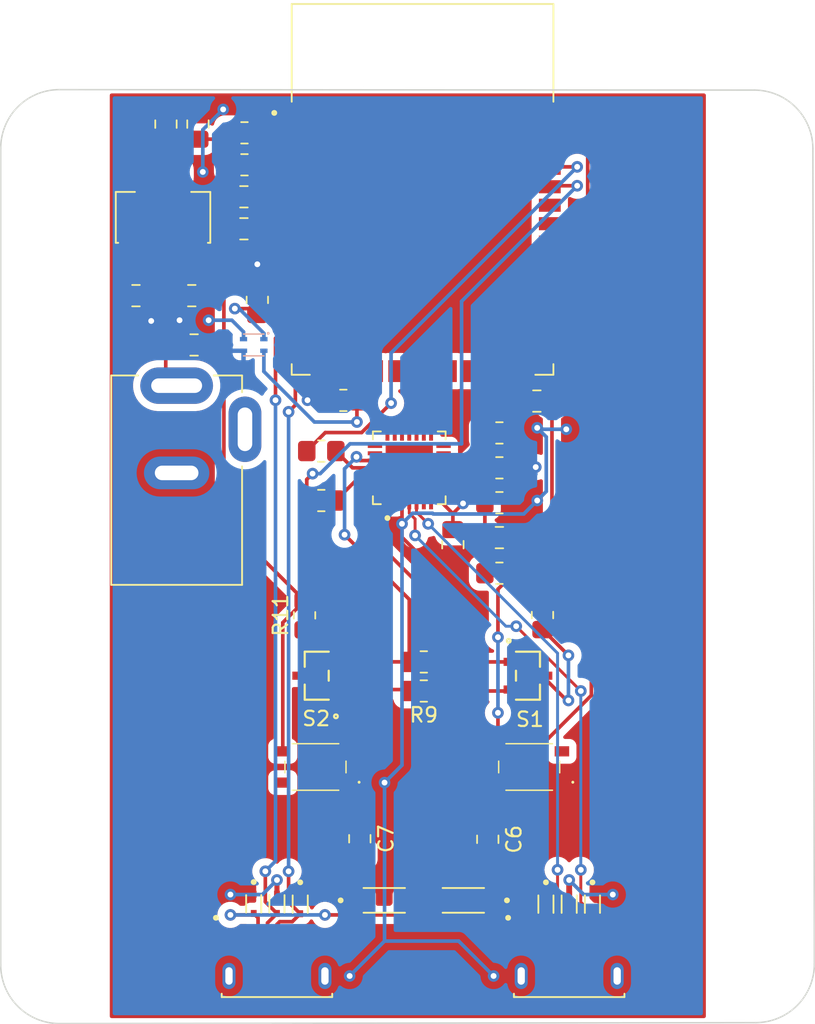
<source format=kicad_pcb>
(kicad_pcb (version 20221018) (generator pcbnew)
  (layers (0 "F.Cu" signal) (31 "B.Cu" signal) (34 "B.Paste" user) (35 "F.Paste" user) (36 "B.SilkS" user "B.Silkscreen") (37 "F.SilkS" user "F.Silkscreen") (38 "B.Mask" user) (39 "F.Mask" user) (44 "Edge.Cuts" user))
  (net 0 "")
  (net 1 "+12V")
  (net 2 "GND")
  (net 3 "+3.3V")
  (net 4 "Net-(C6-Pad1)")
  (net 5 "Net-(C7-Pad1)")
  (net 6 "Net-(U4-VBUS)")
  (net 7 "CHIP_PU")
  (net 8 "IO0")
  (net 9 "USB_DP")
  (net 10 "USB_DN")
  (net 11 "IO20")
  (net 12 "IO19")
  (net 13 "VBUS")
  (net 17 "Net-(U1-IO8)")
  (net 18 "Net-(U1-IO9)")
  (net 19 "Net-(U4-~{RST})")
  (net 20 "Net-(U4-~{SUSPEND})")
  (net 21 "Net-(U4-TXD)")
  (net 22 "U0RXD")
  (net 23 "Net-(U4-RXD)")
  (net 24 "U0TXD")
  (net 25 "DTR")
  (net 26 "Net-(U5-BASE)")
  (net 27 "RTS")
  (net 28 "Net-(U6-BASE)")
  (net 29 "Net-(U5-COLLECTOR)")
  (net 30 "Net-(U6-COLLECTOR)")
  (net 31 "ESP_3V3")
  (footprint "Resistor_SMD:R_0805_2012Metric_Pad1.20x1.40mm_HandSolder" (layer "F.Cu") (at 119.95 89 180)
    (fp_text reference "R7" hide)
    (fp_text value "0" hide)
  )
  (footprint "ECE445:SOT-23_ONS" (layer "F.Cu") (at 119.6348 101.0475 90)
    (fp_text reference "U5" hide)
    (fp_text value "L8050QLT1G" hide)
  )
  (footprint "Capacitor_SMD:C_0805_2012Metric_Pad1.18x1.45mm_HandSolder" (layer "F.Cu") (at 129 92.0375 -90)
    (fp_text reference "C8" hide)
    (fp_text value "10uF" hide)
  )
  (footprint "Resistor_SMD:R_0805_2012Metric_Pad1.20x1.40mm_HandSolder" (layer "F.Cu") (at 132.2 89.15 180)
    (fp_text reference "R6" hide)
    (fp_text value "47500" hide)
  )
  (footprint "ECE445:SOT-23_ONS" (layer "F.Cu") (at 134.1652 101.0475 -90)
    (fp_text reference "U6" hide)
    (fp_text value "L8050QLT1G" hide)
  )
  (footprint "Resistor_SMD:R_0805_2012Metric_Pad1.20x1.40mm_HandSolder" (layer "F.Cu") (at 114.665 63.71 180)
    (fp_text reference "R13" hide)
    (fp_text value "0" hide)
  )
  (footprint "ECE445:PTS815 SJG 250 SMTR LFS" (layer "F.Cu") (at 134.25 107.325 180)
    (fp_text reference "S1")
    (fp_text value "PTS815_SJG_250_SMTR_LFS" hide)
  )
  (footprint "Capacitor_SMD:C_0805_2012Metric_Pad1.18x1.45mm_HandSolder" (layer "F.Cu") (at 111.04 74.91)
    (fp_text reference "C1" hide)
    (fp_text value "1uF" hide)
  )
  (footprint "Resistor_SMD:R_0805_2012Metric_Pad1.20x1.40mm_HandSolder" (layer "F.Cu") (at 115.55 75.2 90)
    (fp_text reference "R1" hide)
    (fp_text value "10000" hide)
  )
  (footprint "ECE445:LDL1117S33R-SnapEDA" (layer "F.Cu") (at 109.065 69.525 90)
    (fp_text reference "U2" hide)
    (fp_text value "LDL1117S33R-SnapEDA" hide)
  )
  (footprint "Capacitor_SMD:C_0805_2012Metric_Pad1.18x1.45mm_HandSolder" (layer "F.Cu") (at 114.6275 68.11 180)
    (fp_text reference "C10" hide)
    (fp_text value "1uF" hide)
  )
  (footprint "Capacitor_SMD:C_0805_2012Metric_Pad1.18x1.45mm_HandSolder" (layer "F.Cu") (at 107.2025 74.91 180)
    (fp_text reference "C2" hide)
    (fp_text value "4.7uF" hide)
  )
  (footprint "ECE445:LESD5D5_0CT1G" (layer "F.Cu") (at 138.6 116.76 -90)
    (fp_text reference "D1" hide)
    (fp_text value "LESD5D5.0CT1G" hide)
  )
  (footprint "Resistor_SMD:R_0805_2012Metric_Pad1.20x1.40mm_HandSolder" (layer "F.Cu") (at 132.2 86.75 180)
    (fp_text reference "R3" hide)
    (fp_text value "1000" hide)
  )
  (footprint "ECE445:PTS815 SJG 250 SMTR LFS" (layer "F.Cu") (at 119.55 107.325 180)
    (fp_text reference "S2")
    (fp_text value "PTS815_SJG_250_SMTR_LFS" hide)
  )
  (footprint "ECE445:ESP32-S3-WROOM-1-N8-SnapEDA" (layer "F.Cu") (at 126.915 67.6)
    (fp_text reference "U1" hide)
    (fp_text value "ESP32-S3-WROOM-1-N8" hide)
  )
  (footprint "Resistor_SMD:R_0805_2012Metric_Pad1.20x1.40mm_HandSolder" (layer "F.Cu") (at 127 100.1)
    (fp_text reference "R10" hide)
    (fp_text value "10000" hide)
  )
  (footprint "Capacitor_SMD:C_0805_2012Metric_Pad1.18x1.45mm_HandSolder" (layer "F.Cu") (at 109.265 63.11 90)
    (fp_text reference "C4" hide)
    (fp_text value "10uF" hide)
  )
  (footprint "ECE445:PJ-202AH" (layer "F.Cu") (at 110 87.6 -90)
    (fp_text reference "J1" hide)
    (fp_text value "PJ-202AH" hide)
  )
  (footprint "Resistor_SMD:R_0805_2012Metric_Pad1.20x1.40mm_HandSolder" (layer "F.Cu") (at 118.8 96.895 90)
    (fp_text reference "R11")
    (fp_text value "0" hide)
  )
  (footprint "Resistor_SMD:R_0805_2012Metric_Pad1.20x1.40mm_HandSolder" (layer "F.Cu") (at 121.465 82.11 180)
    (fp_text reference "R2" hide)
    (fp_text value "10000" hide)
  )
  (footprint "ECE445:LESD5D5_0CT1G" (layer "F.Cu") (at 118.5 116.76 -90)
    (fp_text reference "D3" hide)
    (fp_text value "LESD5D5.0CT1G" hide)
  )
  (footprint "ECE445:10118193-0001LF" (layer "F.Cu") (at 137 121.7)
    (fp_text reference "J2" hide)
    (fp_text value "10118193-0001LF" hide)
  )
  (footprint "ECE445:LESD5D5_0CT1G" (layer "F.Cu") (at 116.9 116.74 -90)
    (fp_text reference "D4" hide)
    (fp_text value "LESD5D5.0CT1G" hide)
  )
  (footprint "Capacitor_SMD:C_0805_2012Metric_Pad1.18x1.45mm_HandSolder" (layer "F.Cu") (at 114.6275 70.31 180)
    (fp_text reference "C12" hide)
    (fp_text value "0.1uF" hide)
  )
  (footprint "Capacitor_SMD:C_0805_2012Metric_Pad1.18x1.45mm_HandSolder" (layer "F.Cu") (at 111.2 78.3 180)
    (fp_text reference "C3" hide)
    (fp_text value "100nF" hide)
  )
  (footprint "Resistor_SMD:R_0805_2012Metric_Pad1.20x1.40mm_HandSolder" (layer "F.Cu") (at 127 102.1 180)
    (fp_text reference "R9")
    (fp_text value "10000" hide)
  )
  (footprint "Capacitor_SMD:C_0805_2012Metric_Pad1.18x1.45mm_HandSolder" (layer "F.Cu") (at 111.465 63.11 90)
    (fp_text reference "C5" hide)
    (fp_text value "0.1uF" hide)
  )
  (footprint "Resistor_SMD:R_0805_2012Metric_Pad1.20x1.40mm_HandSolder" (layer "F.Cu") (at 132.2 94 180)
    (fp_text reference "R5" hide)
    (fp_text value "22100" hide)
  )
  (footprint "MountingHole:MountingHole_3.2mm_M3" (layer "F.Cu") (at 150.1 121.1)
    (fp_text reference "H4" hide)
    (fp_text value "MountingHole" hide)
  )
  (footprint "ECE445:CP2102N-A02-GQFN28" (layer "F.Cu") (at 126 86.75 90)
    (fp_text reference "U4" hide)
    (fp_text value "CP2102N-A02-GQFN28" hide)
  )
  (footprint "ECE445:10118193-0001LF" (layer "F.Cu") (at 116.9 121.7)
    (fp_text reference "J3" hide)
    (fp_text value "10118193-0001LF" hide)
  )
  (footprint "ECE445:LESD5D5_0CT1G" (layer "F.Cu") (at 135.4 116.76 -90)
    (fp_text reference "D7" hide)
    (fp_text value "LESD5D5.0CT1G" hide)
  )
  (footprint "ECE445:LESD5D5_0CT1G" (layer "F.Cu") (at 137 116.76 -90)
    (fp_text reference "D2" hide)
    (fp_text value "LESD5D5.0CT1G" hide)
  )
  (footprint "Resistor_SMD:R_0805_2012Metric_Pad1.20x1.40mm_HandSolder" (layer "F.Cu") (at 135.1652 96.876 90)
    (fp_text reference "R12" hide)
    (fp_text value "0" hide)
  )
  (footprint "ECE445:1N5819HW-7-F" (layer "F.Cu") (at 129.72 116.5 180)
    (fp_text reference "D6" hide)
    (fp_text value "1N5819HW-7-F" hide)
  )
  (footprint "Capacitor_SMD:C_0805_2012Metric_Pad1.18x1.45mm_HandSolder" (layer "F.Cu") (at 132.2 91.55)
    (fp_text reference "C9" hide)
    (fp_text value "1uF" hide)
  )
  (footprint "Resistor_SMD:R_0805_2012Metric_Pad1.20x1.40mm_HandSolder" (layer "F.Cu") (at 119.95 85.6 180)
    (fp_text reference "R8" hide)
    (fp_text value "0" hide)
  )
  (footprint "ECE445:LESD5D5_0CT1G" (layer "F.Cu") (at 115.3 116.74 -90)
    (fp_text reference "D8" hide)
    (fp_text value "LESD5D5.0CT1G" hide)
  )
  (footprint "Capacitor_SMD:C_0805_2012Metric_Pad1.18x1.45mm_HandSolder" (layer "F.Cu") (at 122.6 112.2625 90)
    (fp_text reference "C7")
    (fp_text value "10uF" hide)
  )
  (footprint "ECE445:1N5819HW-7-F" (layer "F.Cu") (at 124.28 116.5)
    (fp_text reference "D5" hide)
    (fp_text value "1N5819HW-7-F" hide)
  )
  (footprint "Capacitor_SMD:C_0805_2012Metric_Pad1.18x1.45mm_HandSolder" (layer "F.Cu") (at 134.7775 82.16 180)
    (fp_text reference "C11" hide)
    (fp_text value "0.1uF" hide)
  )
  (footprint "MountingHole:MountingHole_3.2mm_M3" (layer "F.Cu") (at 101.7 121.1)
    (fp_text reference "H2" hide)
    (fp_text value "MountingHole" hide)
  )
  (footprint "MountingHole:MountingHole_3.2mm_M3" (layer "F.Cu") (at 101.8 64.5)
    (fp_text reference "H1" hide)
    (fp_text value "MountingHole" hide)
  )
  (footprint "MountingHole:MountingHole_3.2mm_M3" (layer "F.Cu") (at 149.881128 64.6)
    (fp_text reference "H3" hide)
    (fp_text value "MountingHole" hide)
  )
  (footprint "Resistor_SMD:R_0805_2012Metric_Pad1.20x1.40mm_HandSolder" (layer "F.Cu") (at 132.2 84.35 180)
    (fp_text reference "R4" hide)
    (fp_text value "10000" hide)
  )
  (footprint "Resistor_SMD:R_0805_2012Metric_Pad1.20x1.40mm_HandSolder" (layer "F.Cu") (at 114.665 65.91)
    (fp_text reference "R14" hide)
    (fp_text value "10000" hide)
  )
  (footprint "Capacitor_SMD:C_0805_2012Metric_Pad1.18x1.45mm_HandSolder" (layer "F.Cu") (at 131.4 112.3 90)
    (fp_text reference "C6")
    (fp_text value "10uF" hide)
  )
  (footprint "ECE445:SHT45-AD1B-R3" (layer "B.Cu") (at 115.3 78.3 180)
    (fp_text reference "U3" hide)
    (fp_text value "SHT45-AD1B-R3" hide)
  )
  (gr_arc (start 101.931128 124.971128) (mid 99.08069 123.790438) (end 97.9 120.94) (stroke (width 0.1)) (layer "Edge.Cuts"))
  (gr_arc (start 97.9 64.771128) (mid 99.08069 61.92069) (end 101.931128 60.74) (stroke (width 0.1)) (layer "Edge.Cuts"))
  (gr_arc (start 149.731128 60.771128) (mid 152.581566 61.951818) (end 153.762256 64.802256) (stroke (width 0.1)) (layer "Edge.Cuts"))
  (gr_line (start 97.9 64.771128) (end 97.9 120.94) (stroke (width 0.1)) (layer "Edge.Cuts"))
  (gr_arc (start 153.862256 120.877744) (mid 152.681566 123.728182) (end 149.831128 124.908872) (stroke (width 0.1)) (layer "Edge.Cuts"))
  (gr_line (start 149.731128 60.771128) (end 101.931128 60.74) (stroke (width 0.1)) (layer "Edge.Cuts"))
  (gr_line (start 153.862256 120.877744) (end 153.762256 64.802256) (stroke (width 0.1)) (layer "Edge.Cuts"))
  (gr_line (start 101.931128 124.971128) (end 149.831128 124.908872) (stroke (width 0.1)) (layer "Edge.Cuts"))
  (segment (start 111.365 73.5475) (end 110.0025 74.91) (width 0.25) (layer "F.Cu") (net 1))
  (segment (start 111.365 72.54) (end 111.365 73.5475) (width 0.25) (layer "F.Cu") (net 1))
  (segment (start 109.25 75.6625) (end 110.0025 74.91) (width 0.25) (layer "F.Cu") (net 1))
  (segment (start 109.25 80.35) (end 109.25 75.6625) (width 0.25) (layer "F.Cu") (net 1))
  (segment (start 110 81.1) (end 109.25 80.35) (width 0.25) (layer "F.Cu") (net 1))
  (segment (start 138.275 82.625) (end 136.8 84.1) (width 0.25) (layer "F.Cu") (net 2))
  (segment (start 138.975 105.925) (end 138.975 86.275) (width 0.25) (layer "F.Cu") (net 2))
  (segment (start 112.2 76.6) (end 112.2 75.0325) (width 0.25) (layer "F.Cu") (net 2))
  (segment (start 125.897537 71.885) (end 126.332463 71.885) (width 0.25) (layer "F.Cu") (net 2))
  (segment (start 118.1 121.7) (end 120.1 119.7) (width 0.25) (layer "F.Cu") (net 2))
  (segment (start 113.59 70.31) (end 112.8 71.1) (width 0.25) (layer "F.Cu") (net 2))
  (segment (start 125.5 91.525305) (end 125.5 90.6) (width 0.25) (layer "F.Cu") (net 2))
  (segment (start 109.265 62.0725) (end 111.465 62.0725) (width 0.25) (layer "F.Cu") (net 2))
  (segment (start 106.765 64.5725) (end 106.765 72.54) (width 0.25) (layer "F.Cu") (net 2))
  (segment (start 123.49 69.477463) (end 123.972537 69.96) (width 0.25) (layer "F.Cu") (net 2))
  (segment (start 138.2 121.7) (end 140.2 119.7) (width 0.25) (layer "F.Cu") (net 2))
  (segment (start 134.8 83.22) (end 133.74 82.16) (width 0.25) (layer "F.Cu") (net 2))
  (segment (start 118.165 62.34) (end 113.44 62.34) (width 0.25) (layer "F.Cu") (net 2))
  (segment (start 126.297463 68) (end 126.815 68.517537) (width 0.25) (layer "F.Cu") (net 2))
  (segment (start 124.015 67.09) (end 124.015 68.56) (width 0.25) (layer "F.Cu") (net 2))
  (segment (start 127.34 70.442537) (end 126.857463 69.96) (width 0.25) (layer "F.Cu") (net 2))
  (segment (start 133.8 119.25) (end 133.8 119.7) (width 0.25) (layer "F.Cu") (net 2))
  (segment (start 113.7 119.25) (end 110 115.55) (width 0.25) (layer "F.Cu") (net 2))
  (segment (start 112.8 71.1) (end 112.8 74.1875) (width 0.25) (layer "F.Cu") (net 2))
  (segment (start 129 93.075) (end 127.049695 93.075) (width 0.25) (layer "F.Cu") (net 2))
  (segment (start 124.015 68.56) (end 124.015 68.517537) (width 0.25) (layer "F.Cu") (net 2))
  (segment (start 125.415 71.36) (end 125.415 71.402463) (width 0.25) (layer "F.Cu") (net 2))
  (segment (start 106.165 74.91) (end 106.165 83.265) (width 0.25) (layer "F.Cu") (net 2))
  (segment (start 119.165 62.24) (end 124.015 67.09) (width 0.25) (layer "F.Cu") (net 2))
  (segment (start 140.2 119.7) (end 140.2 119.25) (width 0.25) (layer "F.Cu") (net 2))
  (segment (start 140 114.8) (end 140 116.1) (width 0.25) (layer "F.Cu") (net 2))
  (segment (start 124.015 68.56) (end 123.972537 68.56) (width 0.25) (layer "F.Cu") (net 2))
  (segment (start 120.1 119.7) (end 120.1 119.25) (width 0.25) (layer "F.Cu") (net 2))
  (segment (start 138.975 86.275) (end 136.8 84.1) (width 0.25) (layer "F.Cu") (net 2))
  (segment (start 113.7 116.1) (end 115.28 116.1) (width 0.25) (layer "F.Cu") (net 2))
  (segment (start 126.332463 71.885) (end 126.815 71.402463) (width 0.25) (layer "F.Cu") (net 2))
  (segment (start 125.5 87.25) (end 126 86.75) (width 0.25) (layer "F.Cu") (net 2))
  (segment (start 125.415 68.517537) (end 125.932537 68) (width 0.25) (layer "F.Cu") (net 2))
  (segment (start 113.59 70.31) (end 113.59 68.11) (width 0.25) (layer "F.Cu") (net 2))
  (segment (start 123.49 70.442537) (end 123.49 70.877463) (width 0.25) (layer "F.Cu") (net 2))
  (segment (start 134.65 89.15) (end 134.8 89) (width 0.25) (layer "F.Cu") (net 2))
  (segment (start 124.015 71.36) (end 124.015 71.402463) (width 0.25) (layer "F.Cu") (net 2))
  (segment (start 127.049695 93.075) (end 125.5 91.525305) (width 0.25) (layer "F.Cu") (net 2))
  (segment (start 124.015 69.96) (end 123.972537 69.96) (width 0.25) (layer "F.Cu") (net 2))
  (segment (start 118.1 121.7) (end 118.1 119.125) (width 0.25) (layer "F.Cu") (net 2))
  (segment (start 121.9 121.7) (end 120.2 121.7) (width 0.25) (layer "F.Cu") (net 2))
  (segment (start 113.7 119.7) (end 115.7 121.7) (width 0.25) (layer "F.Cu") (net 2))
  (segment (start 133.74 83.81) (end 133.2 84.35) (width 0.25) (layer "F.Cu") (net 2))
  (segment (start 124.497537 71.885) (end 124.932463 71.885) (width 0.25) (layer "F.Cu") (net 2))
  (segment (start 125.415 71.402463) (end 125.897537 71.885) (width 0.25) (layer "F.Cu") (net 2))
  (segment (start 111.4925 62.1) (end 111.465 62.0725) (width 0.25) (layer "F.Cu") (net 2))
  (segment (start 126.815 69.96) (end 126.857463 69.96) (width 0.25) (layer "F.Cu") (net 2))
  (segment (start 124.015 71.402463) (end 124.497537 71.885) (width 0.25) (layer "F.Cu") (net 2))
  (segment (start 115.7 121.7) (end 118.1 121.7) (width 0.25) (layer "F.Cu") (net 2))
  (segment (start 123.972537 69.96) (end 123.49 70.442537) (width 0.25) (layer "F.Cu") (net 2))
  (segment (start 135.665 62.34) (end 136.665 62.34) (width 0.25) (layer "F.Cu") (net 2))
  (segment (start 124.3 108.4) (end 121.8 108.4) (width 0.25) (layer "F.Cu") (net 2))
  (segment (start 112.2375 76.6375) (end 112.2 76.6) (width 0.25) (layer "F.Cu") (net 2))
  (segment (start 118.165 62.24) (end 119.165 62.24) (width 0.25) (layer "F.Cu") (net 2))
  (segment (start 136.665 62.34) (end 138.275 63.95) (width 0.25) (layer "F.Cu") (net 2))
  (segment (start 125.5 89.11) (end 125.5 87.25) (width 0.25) (layer "F.Cu") (net 2))
  (segment (start 127.34 69.477463) (end 127.34 69.042537) (width 0.25) (layer "F.Cu") (net 2))
  (segment (start 123.972537 68.56) (end 123.49 69.042537) (width 0.25) (layer "F.Cu") (net 2))
  (segment (start 112.8 74.1875) (end 112.0775 74.91) (width 0.25) (layer "F.Cu") (net 2))
  (segment (start 133.135 62.34) (end 126.815 68.66) (width 0.25) (layer "F.Cu") (net 2))
  (segment (start 135.665 62.34) (end 133.135 62.34) (width 0.25) (layer "F.Cu") (net 2))
  (segment (start 124.932463 71.885) (end 125.415 71.402463) (width 0.25) (layer "F.Cu") (net 2))
  (segment (start 138.6 116.1) (end 140 116.1) (width 0.25) (layer "F.Cu") (net 2))
  (segment (start 127.34 69.042537) (end 126.857463 68.56) (width 0.25) (layer "F.Cu") (net 2))
  (segment (start 109.265 62.0725) (end 106.765 64.5725) (width 0.25) (layer "F.Cu") (net 2))
  (segment (start 127.34 70.877463) (end 127.34 70.442537) (width 0.25) (layer "F.Cu") (net 2))
  (segment (start 112.2 75.0325) (end 112.0775 74.91) (width 0.25) (layer "F.Cu") (net 2))
  (segment (start 133.2 89.15) (end 134.65 89.15) (width 0.25) (layer "F.Cu") (net 2))
  (segment (start 113.7 119.25) (end 113.7 119.7) (width 0.25) (layer "F.Cu") (net 2))
  (segment (start 123.49 69.042537) (end 123.49 69.477463) (width 0.25) (layer "F.Cu") (net 2))
  (segment (start 126.857463 71.36) (end 127.34 70.877463) (width 0.25) (layer "F.Cu") (net 2))
  (segment (start 123.49 70.877463) (end 123.972537 71.36) (width 0.25) (layer "F.Cu") (net 2))
  (segment (start 138.975 113.775) (end 140 114.8) (width 0.25) (layer "F.Cu") (net 2))
  (segment (start 140.2 116.3) (end 140 116.1) (width 0.25) (layer "F.Cu") (net 2))
  (segment (start 126.815 71.402463) (end 126.815 71.36) (width 0.25) (layer "F.Cu") (net 2))
  (segment (start 113.59 68.11) (end 113.51 68.11) (width 0.25) (layer "F.Cu") (net 2))
  (segment (start 134.8 84) (end 134.8 83.22) (width 0.25) (layer "F.Cu") (net 2))
  (segment (start 124.932463 68.035) (end 125.415 68.517537) (width 0.25) (layer "F.Cu") (net 2))
  (segment (start 138.2 121.7) (end 138.2 119.125) (width 0.25) (layer "F.Cu") (net 2))
  (segment (start 136.5 108.4) (end 138.975 105.925) (width 0.25) (layer "F.Cu") (net 2))
  (segment (start 133.8 119.7) (end 135.8 121.7) (width 0.25) (layer "F.Cu") (net 2))
  (segment (start 120.1 119.25) (end 133.8 119.25) (width 0.25) (layer "F.Cu") (net 2))
  (segment (start 126.857463 69.96) (end 127.34 69.477463) (width 0.25) (layer "F.Cu") (net 2))
  (segment (start 106.165 74.91) (end 106.165 73.14) (width 0.25) (layer "F.Cu") (net 2))
  (segment (start 125.415 68.56) (end 125.415 68.517537) (width 0.25) (layer "F.Cu") (net 2))
  (segment (start 125.5 90.6) (end 125.5 89.11) (width 0.25) (layer "F.Cu") (net 2))
  (segment (start 126.815 68.517537) (end 126.815 68.56) (width 0.25) (layer "F.Cu") (net 2))
  (segment (start 126.857463 68.56) (end 126.815 68.56) (width 0.25) (layer "F.Cu") (net 2))
  (segment (start 125.932537 68) (end 126.297463 68) (width 0.25) (layer "F.Cu") (net 2))
  (segment (start 138.275 63.95) (end 138.275 82.625) (width 0.25) (layer "F.Cu") (net 2))
  (segment (start 135.8 121.7) (end 138.2 121.7) (width 0.25) (layer "F.Cu") (net 2))
  (segment (start 110 115.55) (end 110 87.1) (width 0.25) (layer "F.Cu") (net 2))
  (segment (start 124.497537 68.035) (end 124.932463 68.035) (width 0.25) (layer "F.Cu") (net 2))
  (segment (start 124.015 68.517537) (end 124.497537 68.035) (width 0.25) (layer "F.Cu") (net 2))
  (segment (start 131.8 121.7) (end 133.7 121.7) (width 0.25) (layer "F.Cu") (net 2))
  (segment (start 123.972537 71.36) (end 124.015 71.36) (width 0.25) (layer "F.Cu") (net 2))
  (segment (start 113.44 62.34) (end 113.2 62.1) (width 0.25) (layer "F.Cu") (net 2))
  (segment (start 112.2375 78.3) (end 112.2375 76.6375) (width 0.25) (layer "F.Cu") (net 2))
  (segment (start 126.815 71.36) (end 126.857463 71.36) (width 0.25) (layer "F.Cu") (net 2))
  (segment (start 133.74 82.16) (end 133.74 83.81) (width 0.25) (layer "F.Cu") (net 2))
  (segment (start 106.165 73.14) (end 106.765 72.54) (width 0.25) (layer "F.Cu") (net 2))
  (segment (start 138.975 105.925) (end 138.975 113.775) (width 0.25) (layer "F.Cu") (net 2))
  (segment (start 113.51 68.11) (end 111.8 66.4) (width 0.25) (layer "F.Cu") (net 2))
  (segment (start 106.165 83.265) (end 110 87.1) (width 0.25) (layer "F.Cu") (net 2))
  (segment (start 140.2 119.25) (end 140.2 116.3) (width 0.25) (layer "F.Cu") (net 2))
  (segment (start 113.2 62.1) (end 111.4925 62.1) (width 0.25) (layer "F.Cu") (net 2))
  (via (at 134.8 89) (size 0.8) (drill 0.4) (layers "F.Cu" "B.Cu") (net 2))
  (via (at 140 116.1) (size 0.8) (drill 0.4) (layers "F.Cu" "B.Cu") (net 2))
  (via (at 131.8 121.7) (size 0.8) (drill 0.4) (layers "F.Cu" "B.Cu") (net 2))
  (via (at 121.9 121.7) (size 0.8) (drill 0.4) (layers "F.Cu" "B.Cu") (net 2))
  (via (at 113.7 116.1) (size 0.8) (drill 0.4) (layers "F.Cu" "B.Cu") (net 2))
  (via (at 112.2 76.6) (size 0.8) (drill 0.4) (layers "F.Cu" "B.Cu") (net 2))
  (via (at 113.2 62.1) (size 0.8) (drill 0.4) (layers "F.Cu" "B.Cu") (net 2))
  (via (at 124.3 108.4) (size 0.8) (drill 0.4) (layers "F.Cu" "B.Cu") (net 2))
  (via (at 116.9 115.1) (size 0.8) (drill 0.4) (layers "F.Cu" "B.Cu") (net 2))
  (via (at 111.8 66.4) (size 0.8) (drill 0.4) (layers "F.Cu" "B.Cu") (net 2))
  (via (at 137 115.1) (size 0.8) (drill 0.4) (layers "F.Cu" "B.Cu") (net 2))
  (via (at 134.8 84) (size 0.8) (drill 0.4) (layers "F.Cu" "B.Cu") (net 2))
  (via (at 136.8 84.1) (size 0.8) (drill 0.4) (layers "F.Cu" "B.Cu") (net 2))
  (via (at 125.5 90.6) (size 0.8) (drill 0.4) (layers "F.Cu" "B.Cu") (net 2))
  (segment (start 116.9 115.1) (end 115.9 116.1) (width 0.25) (layer "B.Cu") (net 2))
  (segment (start 115.9 116.1) (end 113.7 116.1) (width 0.25) (layer "B.Cu") (net 2))
  (segment (start 124.3 119.3) (end 121.9 121.7) (width 0.25) (layer "B.Cu") (net 2))
  (segment (start 111.8 63.5) (end 113.2 62.1) (width 0.25) (layer "B.Cu") (net 2))
  (segment (start 126.225 89.875) (end 125.5 90.6) (width 0.25) (layer "B.Cu") (net 2))
  (segment (start 138 116.1) (end 137 115.1) (width 0.25) (layer "B.Cu") (net 2))
  (segment (start 134.8 89) (end 133.875 89.925) (width 0.25) (layer "B.Cu") (net 2))
  (segment (start 114.6 77.9) (end 114.6 77.4) (width 0.25) (layer "B.Cu") (net 2))
  (segment (start 133.875 89.925) (end 127.650305 89.925) (width 0.25) (layer "B.Cu") (net 2))
  (segment (start 114.6 77.4) (end 114 76.8) (width 0.25) (layer "B.Cu") (net 2))
  (segment (start 124.3 119.3) (end 129.4 119.3) (width 0.25) (layer "B.Cu") (net 2))
  (segment (start 113.8 76.6) (end 112.2 76.6) (width 0.25) (layer "B.Cu") (net 2))
  (segment (start 136.8 84.1) (end 134.9 84.1) (width 0.25) (layer "B.Cu") (net 2))
  (segment (start 134.8 89) (end 135.425 88.375) (width 0.25) (layer "B.Cu") (net 2))
  (segment (start 135.425 84.625) (end 134.8 84) (width 0.25) (layer "B.Cu") (net 2))
  (segment (start 134.9 84.1) (end 134.8 84) (width 0.25) (layer "B.Cu") (net 2))
  (segment (start 125.5 90.6) (end 125.5 107.2) (width 0.25) (layer "B.Cu") (net 2))
  (segment (start 140 116.1) (end 138 116.1) (width 0.25) (layer "B.Cu") (net 2))
  (segment (start 129.4 119.3) (end 131.8 121.7) (width 0.25) (layer "B.Cu") (net 2))
  (segment (start 135.425 88.375) (end 135.425 84.625) (width 0.25) (layer "B.Cu") (net 2))
  (segment (start 125.5 107.2) (end 124.3 108.4) (width 0.25) (layer "B.Cu") (net 2))
  (segment (start 114 76.8) (end 113.8 76.6) (width 0.25) (layer "B.Cu") (net 2))
  (segment (start 124.3 108.4) (end 124.3 119.3) (width 0.25) (layer "B.Cu") (net 2))
  (segment (start 127.650305 89.925) (end 127.600305 89.875) (width 0.25) (layer "B.Cu") (net 2))
  (segment (start 127.600305 89.875) (end 126.225 89.875) (width 0.25) (layer "B.Cu") (net 2))
  (segment (start 111.8 66.4) (end 111.8 63.5) (width 0.25) (layer "B.Cu") (net 2))
  (segment (start 108.25 74.92) (end 108.24 74.91) (width 0.25) (layer "F.Cu") (net 3))
  (segment (start 108.25 76.65) (end 108.25 74.92) (width 0.25) (layer "F.Cu") (net 3))
  (segment (start 109.065 64.3475) (end 109.265 64.1475) (width 0.25) (layer "F.Cu") (net 3))
  (segment (start 115.55 72.75) (end 115.55 74.2) (width 0.25) (layer "F.Cu") (net 3))
  (segment (start 120.465 82.11) (end 119.01 82.11) (width 0.25) (layer "F.Cu") (net 3))
  (segment (start 128.21 89.11) (end 129 89.9) (width 0.25) (layer "F.Cu") (net 3))
  (segment (start 109.065 66.51) (end 109.065 64.3475) (width 0.25) (layer "F.Cu") (net 3))
  (segment (start 109.065 72.54) (end 109.065 74.085) (width 0.25) (layer "F.Cu") (net 3))
  (segment (start 110.1625 78.3) (end 110.1625 76.6375) (width 0.25) (layer "F.Cu") (net 3))
  (segment (start 111.465 64.1475) (end 113.2275 64.1475) (width 0.25) (layer "F.Cu") (net 3))
  (segment (start 133.2 86.75) (end 134.65 86.75) (width 0.25) (layer "F.Cu") (net 3))
  (segment (start 129 91) (end 129 89.9) (width 0.25) (layer "F.Cu") (net 3))
  (segment (start 127 89.11) (end 127.5 89.11) (width 0.25) (layer "F.Cu") (net 3))
  (segment (start 109.065 74.085) (end 108.24 74.91) (width 0.25) (layer "F.Cu") (net 3))
  (segment (start 109.065 66.51) (end 109.065 72.54) (width 0.25) (layer "F.Cu") (net 3))
  (segment (start 127.5 89.11) (end 128.21 89.11) (width 0.25) (layer "F.Cu") (net 3))
  (segment (start 109.265 64.1475) (end 111.465 64.1475) (width 0.25) (layer "F.Cu") (net 3))
  (segment (start 113.2275 64.1475) (end 113.665 63.71) (width 0.25) (layer "F.Cu") (net 3))
  (segment (start 108.24 74.91) (end 107.94 74.91) (width 0.25) (layer "F.Cu") (net 3))
  (segment (start 129 89.9) (end 129.7 89.2) (width 0.25) (layer "F.Cu") (net 3))
  (via (at 115.55 72.75) (size 0.8) (drill 0.4) (layers "F.Cu" "B.Cu") (net 3))
  (via (at 134.7 86.7) (size 0.8) (drill 0.4) (layers "F.Cu" "B.Cu") (net 3))
  (via (at 108.25 76.65) (size 0.8) (drill 0.4) (layers "F.Cu" "B.Cu") (net 3))
  (via (at 129.7 89.2) (size 0.8) (drill 0.4) (layers "F.Cu" "B.Cu") (net 3))
  (via (at 119 82.1) (size 0.8) (drill 0.4) (layers "F.Cu" "B.Cu") (net 3))
  (via (at 110.2 76.6) (size 0.8) (drill 0.4) (layers "F.Cu" "B.Cu") (net 3))
  (segment (start 131 87.9) (end 129.7 89.2) (width 0.25) (layer "B.Cu") (net 3))
  (segment (start 134 87.9) (end 131 87.9) (width 0.25) (layer "B.Cu") (net 3))
  (segment (start 134.7 86.7) (end 134.7 87.2) (width 0.25) (layer "B.Cu") (net 3))
  (segment (start 134.7 87.2) (end 134 87.9) (width 0.25) (layer "B.Cu") (net 3))
  (segment (start 108.25 76.65) (end 110.15 76.65) (width 0.25) (layer "B.Cu") (net 3))
  (segment (start 110.15 76.65) (end 110.2 76.6) (width 0.25) (layer "B.Cu") (net 3))
  (segment (start 131.4 116.5) (end 131.4 113.3375) (width 0.25) (layer "F.Cu") (net 4))
  (segment (start 122.6 116.5) (end 122.6 113.3) (width 0.25) (layer "F.Cu") (net 5))
  (segment (start 130.3 88.25) (end 128.36 88.25) (width 0.25) (layer "F.Cu") (net 6))
  (segment (start 131.2 94) (end 131.2 91.5875) (width 0.25) (layer "F.Cu") (net 6))
  (segment (start 131.2 89.15) (end 130.3 88.25) (width 0.25) (layer "F.Cu") (net 6))
  (segment (start 131.2 89.15) (end 131.2 91.5125) (width 0.25) (layer "F.Cu") (net 6))
  (segment (start 115.665 70.31) (end 115.665 68.11) (width 0.25) (layer "F.Cu") (net 7))
  (segment (start 117.3 97.395) (end 118.8 95.895) (width 0.25) (layer "F.Cu") (net 7))
  (segment (start 118.8 95.895) (end 113.25 90.345) (width 0.25) (layer "F.Cu") (net 7))
  (segment (start 113.25 90.345) (end 113.25 72.725) (width 0.25) (layer "F.Cu") (net 7))
  (segment (start 117.3 106.25) (end 117.3 97.395) (width 0.25) (layer "F.Cu") (net 7))
  (segment (start 116.795 64.78) (end 118.165 64.78) (width 0.25) (layer "F.Cu") (net 7))
  (segment (start 113.25 72.725) (end 115.665 70.31) (width 0.25) (layer "F.Cu") (net 7))
  (segment (start 115.665 65.91) (end 115.665 68.11) (width 0.25) (layer "F.Cu") (net 7))
  (segment (start 115.665 65.91) (end 116.795 64.78) (width 0.25) (layer "F.Cu") (net 7))
  (segment (start 135.815 82.16) (end 135.815 78.9) (width 0.25) (layer "F.Cu") (net 8))
  (segment (start 135.815 82.16) (end 135.815 95.2262) (width 0.25) (layer "F.Cu") (net 8))
  (segment (start 135.815 78.9) (end 135.665 78.75) (width 0.25) (layer "F.Cu") (net 8))
  (segment (start 138.525 99.2358) (end 135.1652 95.876) (width 0.25) (layer "F.Cu") (net 8))
  (segment (start 134.675305 106.25) (end 138.525 102.400305) (width 0.25) (layer "F.Cu") (net 8))
  (segment (start 135.815 95.2262) (end 135.1652 95.876) (width 0.25) (layer "F.Cu") (net 8))
  (segment (start 138.525 102.400305) (end 138.525 99.2358) (width 0.25) (layer "F.Cu") (net 8))
  (segment (start 132 106.25) (end 134.675305 106.25) (width 0.25) (layer "F.Cu") (net 8))
  (segment (start 133.355378 97.650922) (end 133.355378 97.644622) (width 0.2) (layer "F.Cu") (net 9))
  (segment (start 126.4 91.4) (end 126.4 90.265686) (width 0.2) (layer "F.Cu") (net 9))
  (segment (start 126 89.865686) (end 126 89.11) (width 0.2) (layer "F.Cu") (net 9))
  (segment (start 137.8 116.62) (end 137.8 114.4) (width 0.2) (layer "F.Cu") (net 9))
  (segment (start 137.15 118) (end 138.02 118) (width 0.2) (layer "F.Cu") (net 9))
  (segment (start 138.6 117.42) (end 137.8 116.62) (width 0.2) (layer "F.Cu") (net 9))
  (segment (start 136.504456 100.8) (end 136.504456 100.804456) (width 0.2) (layer "F.Cu") (net 9))
  (segment (start 136.504456 100.804456) (end 137.8 102.1) (width 0.2) (layer "F.Cu") (net 9))
  (segment (start 138.02 118) (end 138.6 117.42) (width 0.2) (layer "F.Cu") (net 9))
  (segment (start 137 118.15) (end 137.15 118) (width 0.2) (layer "F.Cu") (net 9))
  (segment (start 137 119.025) (end 137 118.15) (width 0.2) (layer "F.Cu") (net 9))
  (segment (start 136.504456 100.8) (end 133.355378 97.650922) (width 0.2) (layer "F.Cu") (net 9))
  (segment (start 126.4 90.265686) (end 126 89.865686) (width 0.2) (layer "F.Cu") (net 9))
  (via (at 137.8 102.1) (size 0.8) (drill 0.4) (layers "F.Cu" "B.Cu") (net 9))
  (via (at 133.355378 97.644622) (size 0.8) (drill 0.4) (layers "F.Cu" "B.Cu") (net 9))
  (via (at 126.4 91.4) (size 0.8) (drill 0.4) (layers "F.Cu" "B.Cu") (net 9))
  (via (at 137.8 114.4) (size 0.8) (drill 0.4) (layers "F.Cu" "B.Cu") (net 9))
  (segment (start 132.644622 97.644622) (end 126.4 91.4) (width 0.2) (layer "B.Cu") (net 9))
  (segment (start 137.8 114.4) (end 137.8 102.1) (width 0.2) (layer "B.Cu") (net 9))
  (segment (start 133.355378 97.644622) (end 132.644622 97.644622) (width 0.2) (layer "B.Cu") (net 9))
  (segment (start 127.3 90.6) (end 126.5 89.8) (width 0.2) (layer "F.Cu") (net 10))
  (segment (start 136.2 116.62) (end 136.2 114.4) (width 0.2) (layer "F.Cu") (net 10))
  (segment (start 136.35 119.025) (end 136.35 118.07) (width 0.2) (layer "F.Cu") (net 10))
  (segment (start 136.35 118.07) (end 137 117.42) (width 0.2) (layer "F.Cu") (net 10))
  (segment (start 137 117.42) (end 136.2 116.62) (width 0.2) (layer "F.Cu") (net 10))
  (segment (start 126.5 89.8) (end 126.5 89.11) (width 0.2) (layer "F.Cu") (net 10))
  (via (at 136.2 114.4) (size 0.8) (drill 0.4) (layers "F.Cu" "B.Cu") (net 10))
  (via (at 127.3 90.6) (size 0.8) (drill 0.4) (layers "F.Cu" "B.Cu") (net 10))
  (segment (start 136.2 99.5) (end 127.3 90.6) (width 0.2) (layer "B.Cu") (net 10))
  (segment (start 136.2 114.4) (end 136.2 99.5) (width 0.2) (layer "B.Cu") (net 10))
  (segment (start 116.9 119.025) (end 116.9 118.15) (width 0.25) (layer "F.Cu") (net 11))
  (segment (start 117.7 82.9) (end 118.165 82.435) (width 0.25) (layer "F.Cu") (net 11))
  (segment (start 117.955 117.965) (end 118.5 117.42) (width 0.25) (layer "F.Cu") (net 11))
  (segment (start 117.085 117.965) (end 117.955 117.965) (width 0.25) (layer "F.Cu") (net 11))
  (segment (start 117.7 116.62) (end 117.7 114.5) (width 0.25) (layer "F.Cu") (net 11))
  (segment (start 118.165 82.435) (end 118.165 78.75) (width 0.25) (layer "F.Cu") (net 11))
  (segment (start 118.5 117.42) (end 117.7 116.62) (width 0.25) (layer "F.Cu") (net 11))
  (segment (start 116.9 118.15) (end 117.085 117.965) (width 0.25) (layer "F.Cu") (net 11))
  (via (at 117.7 82.9) (size 0.8) (drill 0.4) (layers "F.Cu" "B.Cu") (net 11))
  (via (at 117.7 114.5) (size 0.8) (drill 0.4) (layers "F.Cu" "B.Cu") (net 11))
  (segment (start 117.7 114.5) (end 117.7 82.9) (width 0.25) (layer "B.Cu") (net 11))
  (segment (start 116.8 82.1) (end 116.8 77.845) (width 0.25) (layer "F.Cu") (net 12))
  (segment (start 116.25 118.05) (end 116.9 117.4) (width 0.25) (layer "F.Cu") (net 12))
  (segment (start 116.25 119.025) (end 116.25 118.05) (width 0.25) (layer "F.Cu") (net 12))
  (segment (start 116.1 116.6) (end 116.1 114.5) (width 0.25) (layer "F.Cu") (net 12))
  (segment (start 116.9 117.4) (end 116.1 116.6) (width 0.25) (layer "F.Cu") (net 12))
  (segment (start 117.165 77.48) (end 118.165 77.48) (width 0.25) (layer "F.Cu") (net 12))
  (segment (start 116.8 77.845) (end 117.165 77.48) (width 0.25) (layer "F.Cu") (net 12))
  (via (at 116.8 82.1) (size 0.8) (drill 0.4) (layers "F.Cu" "B.Cu") (net 12))
  (via (at 116.1 114.5) (size 0.8) (drill 0.4) (layers "F.Cu" "B.Cu") (net 12))
  (segment (start 116.1 114.5) (end 116.8 113.8) (width 0.25) (layer "B.Cu") (net 12))
  (segment (start 116.8 113.8) (end 116.8 82.1) (width 0.25) (layer "B.Cu") (net 12))
  (segment (start 128.96 117.42) (end 128.04 116.5) (width 0.25) (layer "F.Cu") (net 13))
  (segment (start 135.7 117.72) (end 135.4 117.42) (width 0.25) (layer "F.Cu") (net 13))
  (segment (start 128.04 108.71) (end 132.1 104.65) (width 0.25) (layer "F.Cu") (net 13))
  (segment (start 135.7 119.025) (end 135.7 117.72) (width 0.25) (layer "F.Cu") (net 13))
  (segment (start 132.1 104.65) (end 132.1 103.6) (width 0.25) (layer "F.Cu") (net 13))
  (segment (start 132.1 98.4) (end 132.1 95.1) (width 0.25) (layer "F.Cu") (net 13))
  (segment (start 128.04 116.5) (end 128.04 108.71) (width 0.25) (layer "F.Cu") (net 13))
  (segment (start 115.6 119.025) (end 115.6 117.7) (width 0.25) (layer "F.Cu") (net 13))
  (segment (start 128.04 116.5) (end 125.96 116.5) (width 0.25) (layer "F.Cu") (net 13))
  (segment (start 132.1 95.1) (end 133.2 94) (width 0.25) (layer "F.Cu") (net 13))
  (segment (start 113.7 117.5) (end 115.2 117.5) (width 0.25) (layer "F.Cu") (net 13))
  (segment (start 115.6 117.7) (end 115.3 117.4) (width 0.25) (layer "F.Cu") (net 13))
  (segment (start 124.96 117.5) (end 120.2 117.5) (width 0.25) (layer "F.Cu") (net 13))
  (segment (start 135.4 117.42) (end 128.96 117.42) (width 0.25) (layer "F.Cu") (net 13))
  (segment (start 125.96 116.5) (end 124.96 117.5) (width 0.25) (layer "F.Cu") (net 13))
  (via (at 113.7 117.5) (size 0.8) (drill 0.4) (layers "F.Cu" "B.Cu") (net 13))
  (via (at 120.2 117.5) (size 0.8) (drill 0.4) (layers "F.Cu" "B.Cu") (net 13))
  (via (at 132.1 98.4) (size 0.8) (drill 0.4) (layers "F.Cu" "B.Cu") (net 13))
  (via (at 132.1 103.6) (size 0.8) (drill 0.4) (layers "F.Cu" "B.Cu") (net 13))
  (segment (start 132.1 103.6) (end 132.1 98.4) (width 0.25) (layer "B.Cu") (net 13))
  (segment (start 120.2 117.5) (end 113.7 117.5) (width 0.25) (layer "B.Cu") (net 13))
  (segment (start 114 75.800497) (end 115.150497 75.800497) (width 0.25) (layer "F.Cu") (net 17))
  (segment (start 118.165 76.21) (end 115.56 76.21) (width 0.25) (layer "F.Cu") (net 17))
  (segment (start 115.56 76.21) (end 115.55 76.2) (width 0.25) (layer "F.Cu") (net 17))
  (segment (start 115.150497 75.800497) (end 115.55 76.2) (width 0.25) (layer "F.Cu") (net 17))
  (via (at 114 75.800497) (size 0.8) (drill 0.4) (layers "F.Cu" "B.Cu") (net 17))
  (segment (start 116 77.5) (end 114.300497 75.800497) (width 0.25) (layer "B.Cu") (net 17))
  (segment (start 114.300497 75.800497) (end 114 75.800497) (width 0.25) (layer "B.Cu") (net 17))
  (segment (start 116 77.9) (end 116 77.5) (width 0.25) (layer "B.Cu") (net 17))
  (segment (start 122.465 80.005) (end 122.47 80) (width 0.25) (layer "F.Cu") (net 18))
  (segment (start 122.4 83.6) (end 122.4 82.175) (width 0.25) (layer "F.Cu") (net 18))
  (segment (start 122.465 82.11) (end 122.465 80.005) (width 0.25) (layer "F.Cu") (net 18))
  (via (at 122.4 83.6) (size 0.8) (drill 0.4) (layers "F.Cu" "B.Cu") (net 18))
  (segment (start 119.474695 83.6) (end 122.4 83.6) (width 0.25) (layer "B.Cu") (net 18))
  (segment (start 116 78.7) (end 116 80.125305) (width 0.25) (layer "B.Cu") (net 18))
  (segment (start 116 80.125305) (end 119.474695 83.6) (width 0.25) (layer "B.Cu") (net 18))
  (segment (start 131.2 86.75) (end 130.2 87.75) (width 0.25) (layer "F.Cu") (net 19))
  (segment (start 130.2 87.75) (end 128.36 87.75) (width 0.25) (layer "F.Cu") (net 19))
  (segment (start 129.5 86.75) (end 128.36 86.75) (width 0.25) (layer "F.Cu") (net 20))
  (segment (start 131.2 84.35) (end 131.2 85.05) (width 0.25) (layer "F.Cu") (net 20))
  (segment (start 131.2 85.05) (end 129.5 86.75) (width 0.25) (layer "F.Cu") (net 20))
  (segment (start 123.64 87.25) (end 122.7 87.25) (width 0.25) (layer "F.Cu") (net 21))
  (segment (start 122.7 87.25) (end 120.95 89) (width 0.25) (layer "F.Cu") (net 21))
  (segment (start 137.55 67.35) (end 135.695 67.35) (width 0.25) (layer "F.Cu") (net 22))
  (segment (start 135.695 67.35) (end 135.665 67.32) (width 0.25) (layer "F.Cu") (net 22))
  (segment (start 118.95 87.55) (end 119.35 87.15) (width 0.25) (layer "F.Cu") (net 22))
  (segment (start 118.95 89) (end 118.95 87.55) (width 0.25) (layer "F.Cu") (net 22))
  (via (at 119.35 87.15) (size 0.8) (drill 0.4) (layers "F.Cu" "B.Cu") (net 22))
  (via (at 137.55 67.35) (size 0.8) (drill 0.4) (layers "F.Cu" "B.Cu") (net 22))
  (segment (start 129.6 75.3) (end 137.55 67.35) (width 0.25) (layer "B.Cu") (net 22))
  (segment (start 119.35 87.15) (end 119.875305 87.15) (width 0.25) (layer "B.Cu") (net 22))
  (segment (start 119.875305 87.15) (end 121.925305 85.1) (width 0.25) (layer "B.Cu") (net 22))
  (segment (start 129.6 85.1) (end 129.6 75.3) (width 0.25) (layer "B.Cu") (net 22))
  (segment (start 121.925305 85.1) (end 129.6 85.1) (width 0.25) (layer "B.Cu") (net 22))
  (segment (start 122.1 86.75) (end 120.95 85.6) (width 0.25) (layer "F.Cu") (net 23))
  (segment (start 123.64 86.75) (end 122.1 86.75) (width 0.25) (layer "F.Cu") (net 23))
  (segment (start 120.225 84.325) (end 122.725 84.325) (width 0.25) (layer "F.Cu") (net 24))
  (segment (start 118.95 85.6) (end 120.225 84.325) (width 0.25) (layer "F.Cu") (net 24))
  (segment (start 122.725 84.325) (end 124.75 82.3) (width 0.25) (layer "F.Cu") (net 24))
  (segment (start 137.55 66.05) (end 135.665 66.05) (width 0.25) (layer "F.Cu") (net 24))
  (via (at 137.55 66.05) (size 0.8) (drill 0.4) (layers "F.Cu" "B.Cu") (net 24))
  (via (at 124.75 82.3) (size 0.8) (drill 0.4) (layers "F.Cu" "B.Cu") (net 24))
  (segment (start 124.75 78.85) (end 137.55 66.05) (width 0.25) (layer "B.Cu") (net 24))
  (segment (start 124.75 82.3) (end 124.75 78.85) (width 0.25) (layer "B.Cu") (net 24))
  (segment (start 127.075 95.175) (end 123.64 91.74) (width 0.25) (layer "F.Cu") (net 25))
  (segment (start 128 102.1) (end 127.075 101.175) (width 0.25) (layer "F.Cu") (net 25))
  (segment (start 127.075 101.175) (end 127.075 95.175) (width 0.25) (layer "F.Cu") (net 25))
  (segment (start 123.64 91.74) (end 123.64 88.25) (width 0.25) (layer "F.Cu") (net 25))
  (segment (start 128 102.1) (end 133.1 102.1) (width 0.25) (layer "F.Cu") (net 25))
  (segment (start 120.6 102) (end 125.9 102) (width 0.25) (layer "F.Cu") (net 26))
  (segment (start 120.6 100.095) (end 125.995 100.095) (width 0.25) (layer "F.Cu") (net 27))
  (segment (start 123.64 86.25) (end 122.624598 86.25) (width 0.25) (layer "F.Cu") (net 27))
  (segment (start 126 95.8) (end 121.55 91.35) (width 0.25) (layer "F.Cu") (net 27))
  (segment (start 126 100.1) (end 126 95.8) (width 0.25) (layer "F.Cu") (net 27))
  (segment (start 122.624598 86.25) (end 122.369731 85.995133) (width 0.25) (layer "F.Cu") (net 27))
  (segment (start 125.995 100.095) (end 126 100.1) (width 0.25) (layer "F.Cu") (net 27))
  (via (at 122.369731 85.995133) (size 0.8) (drill 0.4) (layers "F.Cu" "B.Cu") (net 27))
  (via (at 121.55 91.35) (size 0.8) (drill 0.4) (layers "F.Cu" "B.Cu") (net 27))
  (segment (start 121.55 86.814864) (end 121.55 91.35) (width 0.25) (layer "B.Cu") (net 27))
  (segment (start 122.369731 85.995133) (end 121.55 86.814864) (width 0.25) (layer "B.Cu") (net 27))
  (segment (start 128 100.1) (end 133.195 100.1) (width 0.25) (layer "F.Cu") (net 28))
  (segment (start 133.195 100.1) (end 133.2 100.095) (width 0.25) (layer "F.Cu") (net 28))
  (segment (start 118.6696 101.0475) (end 118.6696 98.0254) (width 0.25) (layer "F.Cu") (net 29))
  (segment (start 136.95 99.65) (end 135.176 97.876) (width 0.25) (layer "F.Cu") (net 30))
  (segment (start 136.8329 102.75) (end 135.1304 101.0475) (width 0.25) (layer "F.Cu") (net 30))
  (segment (start 136.95 102.75) (end 136.8329 102.75) (width 0.25) (layer "F.Cu") (net 30))
  (via (at 136.95 102.75) (size 0.8) (drill 0.4) (layers "F.Cu" "B.Cu") (net 30))
  (via (at 136.95 99.65) (size 0.8) (drill 0.4) (layers "F.Cu" "B.Cu") (net 30))
  (segment (start 136.95 101.4) (end 136.95 102.75) (width 0.25) (layer "B.Cu") (net 30))
  (segment (start 136.95 99.65) (end 136.95 99.4) (width 0.25) (layer "B.Cu") (net 30))
  (segment (start 136.95 101.4) (end 136.95 99.65) (width 0.25) (layer "B.Cu") (net 30))
  (segment (start 113.665 65.91) (end 113.665 65.71) (width 0.25) (layer "F.Cu") (net 31))
  (segment (start 113.665 65.71) (end 115.665 63.71) (width 0.25) (layer "F.Cu") (net 31))
  (segment (start 115.665 63.71) (end 117.965 63.71) (width 0.25) (layer "F.Cu") (net 31))
  (segment (start 117.965 63.71) (end 118.165 63.51) (width 0.25) (layer "F.Cu") (net 31))
  (zone (net 2) (net_name "GND") (layer "F.Cu") (connect_pads yes (clearance 0.5)) (min_thickness 0.25) (fill yes (thermal_gap 0.5) (thermal_bridge_width 0.5))
    (polygon (pts (xy 105.4 61) (xy 146.4 61) (xy 146.4 124.6) (xy 105.4 124.6)))
  )
  (zone (net 3) (net_name "+3.3V") (layer "B.Cu") (priority 1) (connect_pads (clearance 0.5)) (min_thickness 0.25) (fill yes (thermal_gap 0.5) (thermal_bridge_width 0.5))
    (polygon (pts (xy 105.6 61.2) (xy 146.2 61.2) (xy 146.2 124.4) (xy 105.6 124.4)))
  )
)
</source>
